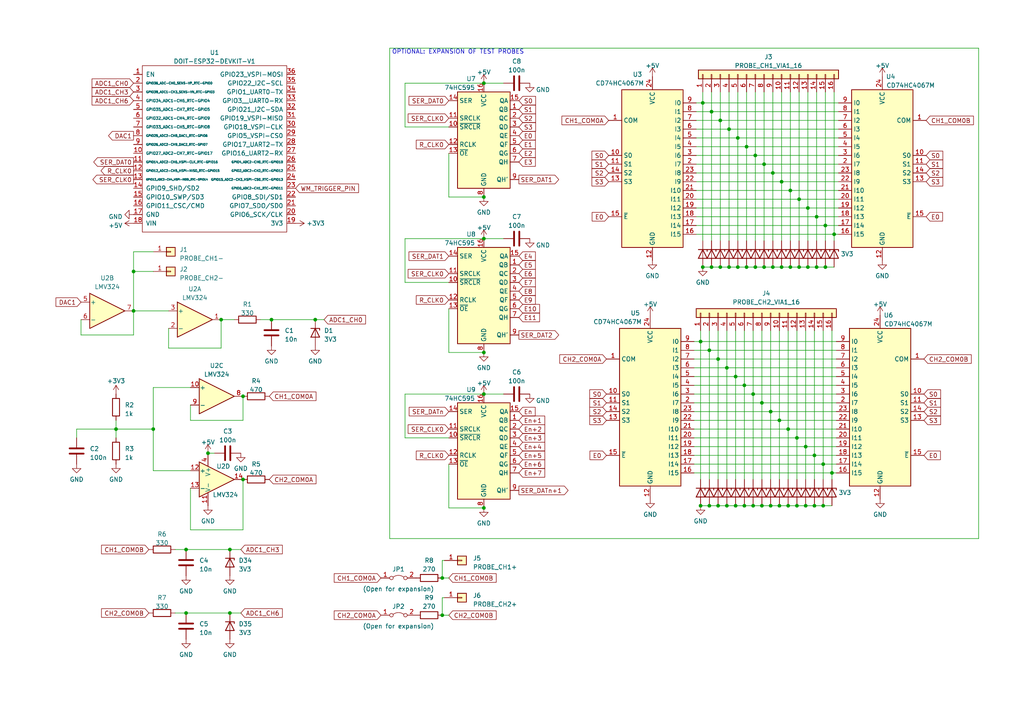
<source format=kicad_sch>
(kicad_sch (version 20230121) (generator eeschema)
  (paper "A4")
  (title_block (title "ESP32 Curve Tracer") (date "2023-05-29"))
  (lib_symbols
    (symbol "74xx:74HC595"
      (property "Reference" "U" (at -7.62 13.97 0))
      (property "Value" "74HC595" (at -7.62 -16.51 0))
      (symbol "74HC595_1_0"
        (pin tri_state line (at 10.16 7.62 180) (length 2.54) (name "QB") (number "1"))
        (pin input line (at -10.16 2.54 0) (length 2.54) (name "~{SRCLR}") (number "10"))
        (pin input line (at -10.16 5.08 0) (length 2.54) (name "SRCLK") (number "11"))
        (pin input line (at -10.16 -2.54 0) (length 2.54) (name "RCLK") (number "12"))
        (pin input line (at -10.16 -5.08 0) (length 2.54) (name "~{OE}") (number "13"))
        (pin input line (at -10.16 10.16 0) (length 2.54) (name "SER") (number "14"))
        (pin tri_state line (at 10.16 10.16 180) (length 2.54) (name "QA") (number "15"))
        (pin power_in line (at 0 15.24 270) (length 2.54) (name "VCC") (number "16"))
        (pin tri_state line (at 10.16 5.08 180) (length 2.54) (name "QC") (number "2"))
        (pin tri_state line (at 10.16 2.54 180) (length 2.54) (name "QD") (number "3"))
        (pin tri_state line (at 10.16 0 180) (length 2.54) (name "QE") (number "4"))
        (pin tri_state line (at 10.16 -2.54 180) (length 2.54) (name "QF") (number "5"))
        (pin tri_state line (at 10.16 -5.08 180) (length 2.54) (name "QG") (number "6"))
        (pin tri_state line (at 10.16 -7.62 180) (length 2.54) (name "QH") (number "7"))
        (pin power_in line (at 0 -17.78 90) (length 2.54) (name "GND") (number "8"))
        (pin output line (at 10.16 -12.7 180) (length 2.54) (name "QH'") (number "9"))
      )
    )
    (symbol "74xx:CD74HC4067M"
      (property "Reference" "U" (at -8.89 22.86 0))
      (property "Value" "CD74HC4067M" (at 1.27 22.86 0))
      (symbol "CD74HC4067M_1_1"
        (pin passive line (at -12.7 12.7 0) (length 3.81) (name "COM") (number "1"))
        (pin input line (at -12.7 2.54 0) (length 3.81) (name "S0") (number "10"))
        (pin input line (at -12.7 0 0) (length 3.81) (name "S1") (number "11"))
        (pin power_in line (at 0 -27.94 90) (length 3.81) (name "GND") (number "12"))
        (pin input line (at -12.7 -5.08 0) (length 3.81) (name "S3") (number "13"))
        (pin input line (at -12.7 -2.54 0) (length 3.81) (name "S2") (number "14"))
        (pin input line (at -12.7 -15.24 0) (length 3.81) (name "~{E}") (number "15"))
        (pin passive line (at 12.7 -20.32 180) (length 3.81) (name "I15") (number "16"))
        (pin passive line (at 12.7 -17.78 180) (length 3.81) (name "I14") (number "17"))
        (pin passive line (at 12.7 -15.24 180) (length 3.81) (name "I13") (number "18"))
        (pin passive line (at 12.7 -12.7 180) (length 3.81) (name "I12") (number "19"))
        (pin passive line (at 12.7 0 180) (length 3.81) (name "I7") (number "2"))
        (pin passive line (at 12.7 -10.16 180) (length 3.81) (name "I11") (number "20"))
        (pin passive line (at 12.7 -7.62 180) (length 3.81) (name "I10") (number "21"))
        (pin passive line (at 12.7 -5.08 180) (length 3.81) (name "I9") (number "22"))
        (pin passive line (at 12.7 -2.54 180) (length 3.81) (name "I8") (number "23"))
        (pin power_in line (at 0 25.4 270) (length 3.81) (name "VCC") (number "24"))
        (pin passive line (at 12.7 2.54 180) (length 3.81) (name "I6") (number "3"))
        (pin passive line (at 12.7 5.08 180) (length 3.81) (name "I5") (number "4"))
        (pin passive line (at 12.7 7.62 180) (length 3.81) (name "I4") (number "5"))
        (pin passive line (at 12.7 10.16 180) (length 3.81) (name "I3") (number "6"))
        (pin passive line (at 12.7 12.7 180) (length 3.81) (name "I2") (number "7"))
        (pin passive line (at 12.7 15.24 180) (length 3.81) (name "I1") (number "8"))
        (pin passive line (at 12.7 17.78 180) (length 3.81) (name "I0") (number "9"))
      )
    )
    (symbol "Amplifier_Operational:LMV324" (pin_names (offset 0.127))
      (property "Reference" "U" (at 0 5.08 0))
      (property "Value" "LMV324" (at 0 -5.08 0))
      (symbol "LMV324_1_1"
        (pin output line (at 7.62 0 180) (length 2.54) (name "~") (number "1"))
        (pin input line (at -7.62 -2.54 0) (length 2.54) (name "-") (number "2"))
        (pin input line (at -7.62 2.54 0) (length 2.54) (name "+") (number "3"))
      )
      (symbol "LMV324_2_1"
        (pin input line (at -7.62 2.54 0) (length 2.54) (name "+") (number "5"))
        (pin input line (at -7.62 -2.54 0) (length 2.54) (name "-") (number "6"))
        (pin output line (at 7.62 0 180) (length 2.54) (name "~") (number "7"))
      )
      (symbol "LMV324_3_1"
        (pin input line (at -7.62 2.54 0) (length 2.54) (name "+") (number "10"))
        (pin output line (at 7.62 0 180) (length 2.54) (name "~") (number "8"))
        (pin input line (at -7.62 -2.54 0) (length 2.54) (name "-") (number "9"))
      )
      (symbol "LMV324_4_1"
        (pin input line (at -7.62 2.54 0) (length 2.54) (name "+") (number "12"))
        (pin input line (at -7.62 -2.54 0) (length 2.54) (name "-") (number "13"))
        (pin output line (at 7.62 0 180) (length 2.54) (name "~") (number "14"))
      )
      (symbol "LMV324_5_1"
        (pin power_in line (at -2.54 -7.62 90) (length 3.81) (name "V-") (number "11"))
        (pin power_in line (at -2.54 7.62 270) (length 3.81) (name "V+") (number "4"))
      )
    )
    (symbol "Connector_Generic:Conn_01x01" (pin_names (offset 1.016) hide)
      (property "Reference" "J" (at 0 2.54 0))
      (property "Value" "Conn_01x01" (at 0 -2.54 0))
      (symbol "Conn_01x01_1_1"
        (pin passive line (at -5.08 0 0) (length 3.81) (name "Pin_1") (number "1"))
      )
    )
    (symbol "Connector_Generic:Conn_01x16" (pin_names (offset 1.016) hide)
      (property "Reference" "J" (at 0 20.32 0))
      (property "Value" "Conn_01x16" (at 0 -22.86 0))
      (symbol "Conn_01x16_1_1"
        (pin passive line (at -5.08 17.78 0) (length 3.81) (name "Pin_1") (number "1"))
        (pin passive line (at -5.08 -5.08 0) (length 3.81) (name "Pin_10") (number "10"))
        (pin passive line (at -5.08 -7.62 0) (length 3.81) (name "Pin_11") (number "11"))
        (pin passive line (at -5.08 -10.16 0) (length 3.81) (name "Pin_12") (number "12"))
        (pin passive line (at -5.08 -12.7 0) (length 3.81) (name "Pin_13") (number "13"))
        (pin passive line (at -5.08 -15.24 0) (length 3.81) (name "Pin_14") (number "14"))
        (pin passive line (at -5.08 -17.78 0) (length 3.81) (name "Pin_15") (number "15"))
        (pin passive line (at -5.08 -20.32 0) (length 3.81) (name "Pin_16") (number "16"))
        (pin passive line (at -5.08 15.24 0) (length 3.81) (name "Pin_2") (number "2"))
        (pin passive line (at -5.08 12.7 0) (length 3.81) (name "Pin_3") (number "3"))
        (pin passive line (at -5.08 10.16 0) (length 3.81) (name "Pin_4") (number "4"))
        (pin passive line (at -5.08 7.62 0) (length 3.81) (name "Pin_5") (number "5"))
        (pin passive line (at -5.08 5.08 0) (length 3.81) (name "Pin_6") (number "6"))
        (pin passive line (at -5.08 2.54 0) (length 3.81) (name "Pin_7") (number "7"))
        (pin passive line (at -5.08 0 0) (length 3.81) (name "Pin_8") (number "8"))
        (pin passive line (at -5.08 -2.54 0) (length 3.81) (name "Pin_9") (number "9"))
      )
    )
    (symbol "Device:C" (pin_numbers hide) (pin_names (offset 0.254))
      (property "Reference" "C" (at 0.635 2.54 0))
      (property "Value" "C" (at 0.635 -2.54 0))
      (symbol "C_1_1"
        (pin passive line (at 0 3.81 270) (length 2.794) (name "~") (number "1"))
        (pin passive line (at 0 -3.81 90) (length 2.794) (name "~") (number "2"))
      )
    )
    (symbol "Device:D_Zener" (pin_numbers hide) (pin_names (offset 1.016) hide)
      (property "Reference" "D" (at 0 2.54 0))
      (property "Value" "D_Zener" (at 0 -2.54 0))
      (symbol "D_Zener_1_1"
        (pin passive line (at -3.81 0 0) (length 2.54) (name "K") (number "1"))
        (pin passive line (at 3.81 0 180) (length 2.54) (name "A") (number "2"))
      )
    )
    (symbol "Device:R" (pin_numbers hide) (pin_names (offset 0))
      (property "Reference" "R" (at 2.032 0 90))
      (property "Value" "R" (at 0 0 90))
      (symbol "R_1_1"
        (pin passive line (at 0 3.81 270) (length 1.27) (name "~") (number "1"))
        (pin passive line (at 0 -3.81 90) (length 1.27) (name "~") (number "2"))
      )
    )
    (symbol "ESP32:DOIT-ESP32-DEVKIT-V1" (pin_names (offset 1.016))
      (property "Reference" "U" (at -1.27 11.43 0))
      (property "Value" "DOIT-ESP32-DEVKIT-V1" (at 0 13.97 0))
      (symbol "DOIT-ESP32-DEVKIT-V1_1_1"
        (pin output line (at -24.13 7.62 0) (length 2.54) (name "EN") (number "1"))
        (pin bidirectional line (at -24.13 -15.24 0) (length 2.54) (name "GPIO27_ADC2-CH7_RTC-GPIO17") (number "10"))
        (pin bidirectional line (at -24.13 -17.78 0) (length 2.54) (name "GPIO14_ADC2-CH6_HSPI-CLK_RTC-GPIO16") (number "11"))
        (pin bidirectional line (at -24.13 -20.32 0) (length 2.54) (name "GPIO12_ADC2-CH5_HSPI-MISO_RTC-GPIO15") (number "12"))
        (pin bidirectional line (at -24.13 -22.86 0) (length 2.54) (name "GPIO13_ADC2-CH4_HSPI-MOSI_RTC-GPIO14") (number "13"))
        (pin unspecified line (at -24.13 -25.4 0) (length 2.54) (name "GPIO9_SHD/SD2") (number "14"))
        (pin unspecified line (at -24.13 -27.94 0) (length 2.54) (name "GPIO10_SWP/SD3") (number "15"))
        (pin unspecified line (at -24.13 -30.48 0) (length 2.54) (name "GPIO11_CSC/CMD") (number "16"))
        (pin bidirectional line (at -24.13 -33.02 0) (length 2.54) (name "GND") (number "17"))
        (pin bidirectional line (at -24.13 -35.56 0) (length 2.54) (name "VIN") (number "18"))
        (pin output line (at 22.86 -35.56 180) (length 2.54) (name "3V3") (number "19"))
        (pin bidirectional line (at -24.13 5.08 0) (length 2.54) (name "GPIO36_ADC-CH0_SENS-VP_RTC-GPIO0") (number "2"))
        (pin unspecified line (at 22.86 -33.02 180) (length 2.54) (name "GPIO6_SCK/CLK") (number "20"))
        (pin unspecified line (at 22.86 -30.48 180) (length 2.54) (name "GPIO7_SDO/SD0") (number "21"))
        (pin unspecified line (at 22.86 -27.94 180) (length 2.54) (name "GPIO8_SDI/SD1") (number "22"))
        (pin bidirectional line (at 22.86 -25.4 180) (length 2.54) (name "GPIO0_ADC2-CH1_RTC-GPIO11") (number "23"))
        (pin bidirectional line (at 22.86 -22.86 180) (length 2.54) (name "GPIO15_ADC2-CH3_HSPI-CS0_RTC-GPIO13") (number "24"))
        (pin bidirectional line (at 22.86 -20.32 180) (length 2.54) (name "GPIO2_ADC2-CH2_RTC-GPIO12") (number "25"))
        (pin bidirectional line (at 22.86 -17.78 180) (length 2.54) (name "GPIO4_ADC2-CH0_RTC-GPIO10") (number "26"))
        (pin bidirectional line (at 22.86 -15.24 180) (length 2.54) (name "GPIO16_UART2-RX") (number "27"))
        (pin bidirectional line (at 22.86 -12.7 180) (length 2.54) (name "GPIO17_UART2-TX") (number "28"))
        (pin bidirectional line (at 22.86 -10.16 180) (length 2.54) (name "GPIO5_VSPI-CS0") (number "29"))
        (pin bidirectional line (at -24.13 2.54 0) (length 2.54) (name "GPIO39_ADC1-CH3_SENS-VN_RTC-GPIO3") (number "3"))
        (pin bidirectional line (at 22.86 -7.62 180) (length 2.54) (name "GPIO18_VSPI-CLK") (number "30"))
        (pin bidirectional line (at 22.86 -5.08 180) (length 2.54) (name "GPIO19_VSPI-MISO") (number "31"))
        (pin bidirectional line (at 22.86 -2.54 180) (length 2.54) (name "GPIO21_I2C-SDA") (number "32"))
        (pin bidirectional line (at 22.86 0 180) (length 2.54) (name "GPIO3__UART0-RX") (number "33"))
        (pin bidirectional line (at 22.86 2.54 180) (length 2.54) (name "GPIO1_UART0-TX") (number "34"))
        (pin bidirectional line (at 22.86 5.08 180) (length 2.54) (name "GPIO22_I2C-SCL") (number "35"))
        (pin bidirectional line (at 22.86 7.62 180) (length 2.54) (name "GPIO23_VSPI-MOSI") (number "36"))
        (pin bidirectional line (at -24.13 0 0) (length 2.54) (name "GPIO34_ADC1-CH6_RTC-GPIO4") (number "4"))
        (pin bidirectional line (at -24.13 -2.54 0) (length 2.54) (name "GPIO35_ADC1-CH7_RTC-GPIO5") (number "5"))
        (pin bidirectional line (at -24.13 -5.08 0) (length 2.54) (name "GPIO32_ADC1-CH4_RTC-GPIO9") (number "6"))
        (pin bidirectional line (at -24.13 -7.62 0) (length 2.54) (name "GPIO33_ADC1-CH5_RTC-GPIO8") (number "7"))
        (pin bidirectional line (at -24.13 -10.16 0) (length 2.54) (name "GPIO25_ADC2-CH8_DAC1_RTC-GPIO6") (number "8"))
        (pin bidirectional line (at -24.13 -12.7 0) (length 2.54) (name "GPIO26_ADC2-CH9_DAC2_RTC-GPIO7") (number "9"))
      )
    )
    (symbol "Jumper:Jumper_2_Bridged" (pin_names (offset 0) hide)
      (property "Reference" "JP" (at 0 1.905 0))
      (property "Value" "Jumper_2_Bridged" (at 0 -2.54 0))
      (symbol "Jumper_2_Bridged_1_1"
        (pin passive line (at -5.08 0 0) (length 2.54) (name "A") (number "1"))
        (pin passive line (at 5.08 0 180) (length 2.54) (name "B") (number "2"))
      )
    )
    (symbol "power:+3V3" (power) (pin_names (offset 0))
      (property "Value" "+3V3" (at 0 3.556 0))
      (symbol "+3V3_1_1"
        (pin power_in line (at 0 0 90) (length 0) hide (name "+3V3") (number "1"))
      )
    )
    (symbol "power:+5V" (power) (pin_names (offset 0))
      (property "Value" "+5V" (at 0 3.556 0))
      (symbol "+5V_1_1"
        (pin power_in line (at 0 0 90) (length 0) hide (name "+5V") (number "1"))
      )
    )
    (symbol "power:GND" (power) (pin_names (offset 0))
      (property "Value" "GND" (at 0 -3.81 0))
      (symbol "GND_1_1"
        (pin power_in line (at 0 0 270) (length 0) hide (name "GND") (number "1"))
      )
    )
  )
  (junction (at 128.27 167.64))
  (junction (at 203.2 146.685))
  (junction (at 44.45 124.46))
  (junction (at 241.3 137.16))
  (junction (at 226.06 146.685))
  (junction (at 213.995 77.47))
  (junction (at 216.535 77.47))
  (junction (at 224.155 77.47))
  (junction (at 226.06 121.92))
  (junction (at 140.335 147.32))
  (junction (at 229.235 55.245))
  (junction (at 226.695 77.47))
  (junction (at 228.6 124.46))
  (junction (at 236.855 77.47))
  (junction (at 33.655 124.46))
  (junction (at 53.975 159.385))
  (junction (at 241.935 67.945))
  (junction (at 53.975 177.8))
  (junction (at 91.44 92.71))
  (junction (at 229.235 77.47))
  (junction (at 213.36 109.22))
  (junction (at 206.375 32.385))
  (junction (at 228.6 146.685))
  (junction (at 64.135 92.71))
  (junction (at 223.52 146.685))
  (junction (at 238.76 146.685))
  (junction (at 205.74 101.6))
  (junction (at 203.835 77.47))
  (junction (at 140.335 57.15))
  (junction (at 236.855 62.865))
  (junction (at 206.375 77.47))
  (junction (at 140.335 69.215))
  (junction (at 218.44 114.3))
  (junction (at 233.68 129.54))
  (junction (at 66.675 177.8))
  (junction (at 210.82 146.685))
  (junction (at 208.28 104.14))
  (junction (at 203.835 29.845))
  (junction (at 220.98 116.84))
  (junction (at 213.36 146.685))
  (junction (at 216.535 42.545))
  (junction (at 203.2 99.06))
  (junction (at 140.335 102.235))
  (junction (at 218.44 146.685))
  (junction (at 78.74 92.71))
  (junction (at 211.455 77.47))
  (junction (at 220.98 146.685))
  (junction (at 208.915 34.925))
  (junction (at 128.27 178.435))
  (junction (at 231.775 77.47))
  (junction (at 224.155 50.165))
  (junction (at 60.325 131.445))
  (junction (at 221.615 77.47))
  (junction (at 140.335 24.13))
  (junction (at 70.485 114.935))
  (junction (at 239.395 65.405))
  (junction (at 231.14 127))
  (junction (at 219.075 45.085))
  (junction (at 233.68 146.685))
  (junction (at 215.9 146.685))
  (junction (at 226.695 52.705))
  (junction (at 210.82 106.68))
  (junction (at 38.735 90.17))
  (junction (at 213.995 40.005))
  (junction (at 223.52 119.38))
  (junction (at 215.9 111.76))
  (junction (at 70.485 139.065))
  (junction (at 231.14 146.685))
  (junction (at 236.22 132.08))
  (junction (at 205.74 146.685))
  (junction (at 234.315 60.325))
  (junction (at 38.735 78.74))
  (junction (at 238.76 134.62))
  (junction (at 208.28 146.685))
  (junction (at 231.775 57.785))
  (junction (at 219.075 77.47))
  (junction (at 211.455 37.465))
  (junction (at 239.395 77.47))
  (junction (at 66.675 159.385))
  (junction (at 208.915 77.47))
  (junction (at 234.315 77.47))
  (junction (at 140.335 114.3))
  (junction (at 236.22 146.685))
  (junction (at 221.615 47.625))
  (wire (pts (xy 208.915 77.47) (xy 211.455 77.47)))
  (wire (pts (xy 130.175 81.915) (xy 117.475 81.915)))
  (wire (pts (xy 231.14 127) (xy 201.295 127)))
  (wire (pts (xy 220.98 116.84) (xy 220.98 139.065)))
  (wire (pts (xy 233.68 95.885) (xy 233.68 129.54)))
  (wire (pts (xy 216.535 26.67) (xy 216.535 42.545)))
  (wire (pts (xy 239.395 77.47) (xy 241.935 77.47)))
  (wire (pts (xy 242.57 121.92) (xy 226.06 121.92)))
  (wire (pts (xy 64.135 92.71) (xy 67.945 92.71)))
  (wire (pts (xy 226.06 146.685) (xy 228.6 146.685)))
  (wire (pts (xy 213.36 109.22) (xy 201.295 109.22)))
  (wire (pts (xy 242.57 116.84) (xy 220.98 116.84)))
  (wire (pts (xy 226.695 77.47) (xy 229.235 77.47)))
  (wire (pts (xy 44.45 78.74) (xy 38.735 78.74)))
  (wire (pts (xy 117.475 36.83) (xy 117.475 24.13)))
  (wire (pts (xy 201.93 65.405) (xy 239.395 65.405)))
  (wire (pts (xy 64.135 100.965) (xy 64.135 92.71)))
  (wire (pts (xy 203.2 146.685) (xy 205.74 146.685)))
  (wire (pts (xy 130.175 36.83) (xy 117.475 36.83)))
  (wire (pts (xy 128.27 167.64) (xy 130.175 167.64)))
  (wire (pts (xy 219.075 26.67) (xy 219.075 45.085)))
  (wire (pts (xy 219.075 45.085) (xy 201.93 45.085)))
  (wire (pts (xy 242.57 106.68) (xy 210.82 106.68)))
  (wire (pts (xy 236.855 77.47) (xy 239.395 77.47)))
  (wire (pts (xy 206.375 32.385) (xy 201.93 32.385)))
  (wire (pts (xy 228.6 95.885) (xy 228.6 124.46)))
  (wire (pts (xy 233.68 129.54) (xy 233.68 139.065)))
  (wire (pts (xy 55.245 153.67) (xy 70.485 153.67)))
  (wire (pts (xy 55.245 112.395) (xy 44.45 112.395)))
  (wire (pts (xy 130.175 89.535) (xy 130.175 102.235)))
  (wire (pts (xy 224.155 26.67) (xy 224.155 50.165)))
  (wire (pts (xy 203.835 29.845) (xy 201.93 29.845)))
  (wire (pts (xy 128.27 178.435) (xy 130.175 178.435)))
  (wire (pts (xy 53.975 159.385) (xy 66.675 159.385)))
  (wire (pts (xy 208.915 34.925) (xy 201.93 34.925)))
  (wire (pts (xy 242.57 137.16) (xy 241.3 137.16)))
  (wire (pts (xy 215.9 146.685) (xy 218.44 146.685)))
  (wire (pts (xy 243.205 55.245) (xy 229.235 55.245)))
  (wire (pts (xy 48.895 100.965) (xy 64.135 100.965)))
  (wire (pts (xy 205.74 101.6) (xy 201.295 101.6)))
  (wire (pts (xy 38.735 97.155) (xy 38.735 90.17)))
  (wire (pts (xy 53.975 177.8) (xy 66.675 177.8)))
  (wire (pts (xy 218.44 95.885) (xy 218.44 114.3)))
  (wire (pts (xy 243.205 34.925) (xy 208.915 34.925)))
  (wire (pts (xy 210.82 146.685) (xy 213.36 146.685)))
  (wire (pts (xy 117.475 114.3) (xy 140.335 114.3)))
  (wire (pts (xy 203.835 29.845) (xy 203.835 69.85)))
  (wire (pts (xy 70.485 139.065) (xy 70.485 153.67)))
  (wire (pts (xy 241.935 67.945) (xy 241.935 69.85)))
  (wire (pts (xy 128.27 162.56) (xy 128.27 167.64)))
  (wire (pts (xy 242.57 99.06) (xy 203.2 99.06)))
  (wire (pts (xy 218.44 114.3) (xy 201.295 114.3)))
  (wire (pts (xy 208.28 104.14) (xy 201.295 104.14)))
  (wire (pts (xy 213.36 146.685) (xy 215.9 146.685)))
  (wire (pts (xy 223.52 119.38) (xy 201.295 119.38)))
  (wire (pts (xy 215.9 111.76) (xy 201.295 111.76)))
  (wire (pts (xy 128.27 173.355) (xy 128.905 173.355)))
  (wire (pts (xy 44.45 136.525) (xy 44.45 124.46)))
  (wire (pts (xy 203.2 99.06) (xy 203.2 139.065)))
  (wire (pts (xy 205.74 95.885) (xy 205.74 101.6)))
  (wire (pts (xy 208.28 104.14) (xy 208.28 139.065)))
  (wire (pts (xy 241.3 137.16) (xy 241.3 139.065)))
  (wire (pts (xy 241.3 95.885) (xy 241.3 137.16)))
  (wire (pts (xy 229.235 55.245) (xy 229.235 69.85)))
  (wire (pts (xy 213.995 40.005) (xy 213.995 69.85)))
  (wire (pts (xy 226.06 121.92) (xy 226.06 139.065)))
  (wire (pts (xy 91.44 92.71) (xy 93.98 92.71)))
  (wire (pts (xy 221.615 77.47) (xy 224.155 77.47)))
  (wire (pts (xy 211.455 37.465) (xy 211.455 69.85)))
  (wire (pts (xy 236.855 62.865) (xy 201.93 62.865)))
  (wire (pts (xy 117.475 127) (xy 117.475 114.3)))
  (wire (pts (xy 55.245 121.92) (xy 70.485 121.92)))
  (wire (pts (xy 219.075 45.085) (xy 219.075 69.85)))
  (wire (pts (xy 60.325 131.445) (xy 62.23 131.445)))
  (wire (pts (xy 215.9 111.76) (xy 215.9 139.065)))
  (wire (pts (xy 75.565 92.71) (xy 78.74 92.71)))
  (wire (pts (xy 22.225 124.46) (xy 33.655 124.46)))
  (wire (pts (xy 213.36 95.885) (xy 213.36 109.22)))
  (wire (pts (xy 213.995 77.47) (xy 216.535 77.47)))
  (wire (pts (xy 226.695 52.705) (xy 201.93 52.705)))
  (wire (pts (xy 243.205 67.945) (xy 241.935 67.945)))
  (wire (pts (xy 229.235 77.47) (xy 231.775 77.47)))
  (wire (pts (xy 218.44 146.685) (xy 220.98 146.685)))
  (wire (pts (xy 117.475 69.215) (xy 140.335 69.215)))
  (wire (pts (xy 140.335 24.13) (xy 146.05 24.13)))
  (wire (pts (xy 50.8 177.8) (xy 53.975 177.8)))
  (wire (pts (xy 241.935 67.945) (xy 201.93 67.945)))
  (wire (pts (xy 55.245 141.605) (xy 55.245 153.67)))
  (wire (pts (xy 208.915 34.925) (xy 208.915 69.85)))
  (wire (pts (xy 55.245 117.475) (xy 55.245 121.92)))
  (wire (pts (xy 117.475 24.13) (xy 140.335 24.13)))
  (wire (pts (xy 228.6 146.685) (xy 231.14 146.685)))
  (wire (pts (xy 66.675 177.8) (xy 69.85 177.8)))
  (wire (pts (xy 44.45 112.395) (xy 44.45 124.46)))
  (wire (pts (xy 216.535 77.47) (xy 219.075 77.47)))
  (wire (pts (xy 243.205 50.165) (xy 224.155 50.165)))
  (wire (pts (xy 44.45 124.46) (xy 33.655 124.46)))
  (wire (pts (xy 113.03 13.97) (xy 283.845 13.97)))
  (wire (pts (xy 243.205 62.865) (xy 236.855 62.865)))
  (wire (pts (xy 221.615 47.625) (xy 221.615 69.85)))
  (wire (pts (xy 243.205 29.845) (xy 203.835 29.845)))
  (wire (pts (xy 38.735 73.025) (xy 38.735 78.74)))
  (wire (pts (xy 236.855 26.67) (xy 236.855 62.865)))
  (wire (pts (xy 130.175 44.45) (xy 130.175 57.15)))
  (wire (pts (xy 213.36 109.22) (xy 213.36 139.065)))
  (wire (pts (xy 224.155 50.165) (xy 201.93 50.165)))
  (wire (pts (xy 220.98 116.84) (xy 201.295 116.84)))
  (wire (pts (xy 242.57 111.76) (xy 215.9 111.76)))
  (wire (pts (xy 210.82 106.68) (xy 201.295 106.68)))
  (wire (pts (xy 205.74 146.685) (xy 208.28 146.685)))
  (wire (pts (xy 243.205 47.625) (xy 221.615 47.625)))
  (wire (pts (xy 231.14 146.685) (xy 233.68 146.685)))
  (wire (pts (xy 243.205 60.325) (xy 234.315 60.325)))
  (wire (pts (xy 239.395 26.67) (xy 239.395 65.405)))
  (wire (pts (xy 211.455 37.465) (xy 201.93 37.465)))
  (wire (pts (xy 236.22 146.685) (xy 238.76 146.685)))
  (wire (pts (xy 283.845 13.97) (xy 283.845 156.21)))
  (wire (pts (xy 233.68 146.685) (xy 236.22 146.685)))
  (wire (pts (xy 213.995 26.67) (xy 213.995 40.005)))
  (wire (pts (xy 231.775 57.785) (xy 231.775 69.85)))
  (wire (pts (xy 44.45 73.025) (xy 38.735 73.025)))
  (wire (pts (xy 226.695 26.67) (xy 226.695 52.705)))
  (wire (pts (xy 221.615 47.625) (xy 201.93 47.625)))
  (wire (pts (xy 229.235 55.245) (xy 201.93 55.245)))
  (wire (pts (xy 243.205 32.385) (xy 206.375 32.385)))
  (wire (pts (xy 130.175 127) (xy 117.475 127)))
  (wire (pts (xy 234.315 60.325) (xy 201.93 60.325)))
  (wire (pts (xy 223.52 146.685) (xy 226.06 146.685)))
  (wire (pts (xy 224.155 50.165) (xy 224.155 69.85)))
  (wire (pts (xy 226.06 95.885) (xy 226.06 121.92)))
  (wire (pts (xy 223.52 95.885) (xy 223.52 119.38)))
  (wire (pts (xy 224.155 77.47) (xy 226.695 77.47)))
  (wire (pts (xy 78.74 92.71) (xy 91.44 92.71)))
  (wire (pts (xy 229.235 26.67) (xy 229.235 55.245)))
  (wire (pts (xy 221.615 26.67) (xy 221.615 47.625)))
  (wire (pts (xy 140.335 69.215) (xy 146.05 69.215)))
  (wire (pts (xy 236.22 95.885) (xy 236.22 132.08)))
  (wire (pts (xy 66.675 159.385) (xy 69.85 159.385)))
  (wire (pts (xy 208.28 95.885) (xy 208.28 104.14)))
  (wire (pts (xy 243.205 37.465) (xy 211.455 37.465)))
  (wire (pts (xy 211.455 77.47) (xy 213.995 77.47)))
  (wire (pts (xy 208.28 146.685) (xy 210.82 146.685)))
  (wire (pts (xy 234.315 26.67) (xy 234.315 60.325)))
  (wire (pts (xy 38.735 90.17) (xy 48.895 90.17)))
  (wire (pts (xy 228.6 124.46) (xy 201.295 124.46)))
  (wire (pts (xy 38.735 78.74) (xy 38.735 90.17)))
  (wire (pts (xy 238.76 139.065) (xy 238.76 134.62)))
  (wire (pts (xy 130.175 134.62) (xy 130.175 147.32)))
  (wire (pts (xy 55.245 136.525) (xy 44.45 136.525)))
  (wire (pts (xy 216.535 42.545) (xy 216.535 69.85)))
  (wire (pts (xy 242.57 127) (xy 231.14 127)))
  (wire (pts (xy 228.6 124.46) (xy 228.6 139.065)))
  (wire (pts (xy 243.205 65.405) (xy 239.395 65.405)))
  (wire (pts (xy 243.205 40.005) (xy 213.995 40.005)))
  (wire (pts (xy 234.315 77.47) (xy 236.855 77.47)))
  (wire (pts (xy 226.695 52.705) (xy 226.695 69.85)))
  (wire (pts (xy 23.495 97.155) (xy 38.735 97.155)))
  (wire (pts (xy 216.535 42.545) (xy 201.93 42.545)))
  (wire (pts (xy 231.14 127) (xy 231.14 139.065)))
  (wire (pts (xy 211.455 26.67) (xy 211.455 37.465)))
  (wire (pts (xy 242.57 104.14) (xy 208.28 104.14)))
  (wire (pts (xy 203.835 26.67) (xy 203.835 29.845)))
  (wire (pts (xy 238.76 146.685) (xy 241.3 146.685)))
  (wire (pts (xy 242.57 119.38) (xy 223.52 119.38)))
  (wire (pts (xy 220.98 146.685) (xy 223.52 146.685)))
  (wire (pts (xy 233.68 129.54) (xy 201.295 129.54)))
  (wire (pts (xy 206.375 32.385) (xy 206.375 69.85)))
  (wire (pts (xy 241.3 137.16) (xy 201.295 137.16)))
  (wire (pts (xy 140.335 114.3) (xy 146.05 114.3)))
  (wire (pts (xy 203.835 77.47) (xy 206.375 77.47)))
  (wire (pts (xy 223.52 119.38) (xy 223.52 139.065)))
  (wire (pts (xy 243.205 42.545) (xy 216.535 42.545)))
  (wire (pts (xy 215.9 95.885) (xy 215.9 111.76)))
  (wire (pts (xy 242.57 132.08) (xy 236.22 132.08)))
  (wire (pts (xy 241.935 26.67) (xy 241.935 67.945)))
  (wire (pts (xy 117.475 81.915) (xy 117.475 69.215)))
  (wire (pts (xy 33.655 124.46) (xy 33.655 127)))
  (wire (pts (xy 220.98 95.885) (xy 220.98 116.84)))
  (wire (pts (xy 238.76 95.885) (xy 238.76 134.62)))
  (wire (pts (xy 70.485 121.92) (xy 70.485 114.935)))
  (wire (pts (xy 218.44 114.3) (xy 218.44 139.065)))
  (wire (pts (xy 234.315 60.325) (xy 234.315 69.85)))
  (wire (pts (xy 128.27 162.56) (xy 128.905 162.56)))
  (wire (pts (xy 236.855 62.865) (xy 236.855 69.85)))
  (wire (pts (xy 50.8 159.385) (xy 53.975 159.385)))
  (wire (pts (xy 242.57 109.22) (xy 213.36 109.22)))
  (wire (pts (xy 231.775 57.785) (xy 201.93 57.785)))
  (wire (pts (xy 130.175 147.32) (xy 140.335 147.32)))
  (wire (pts (xy 283.845 156.21) (xy 113.03 156.21)))
  (wire (pts (xy 239.395 69.85) (xy 239.395 65.405)))
  (wire (pts (xy 130.175 102.235) (xy 140.335 102.235)))
  (wire (pts (xy 130.175 57.15) (xy 140.335 57.15)))
  (wire (pts (xy 210.82 106.68) (xy 210.82 139.065)))
  (wire (pts (xy 201.295 134.62) (xy 238.76 134.62)))
  (wire (pts (xy 242.57 129.54) (xy 233.68 129.54)))
  (wire (pts (xy 213.995 40.005) (xy 201.93 40.005)))
  (wire (pts (xy 242.57 124.46) (xy 228.6 124.46)))
  (wire (pts (xy 23.495 92.71) (xy 23.495 97.155)))
  (wire (pts (xy 231.775 26.67) (xy 231.775 57.785)))
  (wire (pts (xy 236.22 132.08) (xy 236.22 139.065)))
  (wire (pts (xy 210.82 95.885) (xy 210.82 106.68)))
  (wire (pts (xy 205.74 101.6) (xy 205.74 139.065)))
  (wire (pts (xy 206.375 77.47) (xy 208.915 77.47)))
  (wire (pts (xy 203.2 99.06) (xy 201.295 99.06)))
  (wire (pts (xy 206.375 26.67) (xy 206.375 32.385)))
  (wire (pts (xy 231.14 95.885) (xy 231.14 127)))
  (wire (pts (xy 203.2 95.885) (xy 203.2 99.06)))
  (wire (pts (xy 242.57 134.62) (xy 238.76 134.62)))
  (wire (pts (xy 243.205 57.785) (xy 231.775 57.785)))
  (wire (pts (xy 242.57 114.3) (xy 218.44 114.3)))
  (wire (pts (xy 128.27 173.355) (xy 128.27 178.435)))
  (wire (pts (xy 48.895 95.25) (xy 48.895 100.965)))
  (wire (pts (xy 231.775 77.47) (xy 234.315 77.47)))
  (wire (pts (xy 242.57 101.6) (xy 205.74 101.6)))
  (wire (pts (xy 226.06 121.92) (xy 201.295 121.92)))
  (wire (pts (xy 113.03 13.97) (xy 113.03 156.21)))
  (wire (pts (xy 33.655 121.92) (xy 33.655 124.46)))
  (wire (pts (xy 22.225 127) (xy 22.225 124.46)))
  (wire (pts (xy 243.205 45.085) (xy 219.075 45.085)))
  (wire (pts (xy 219.075 77.47) (xy 221.615 77.47)))
  (wire (pts (xy 208.915 26.67) (xy 208.915 34.925)))
  (wire (pts (xy 236.22 132.08) (xy 201.295 132.08)))
  (wire (pts (xy 243.205 52.705) (xy 226.695 52.705)))
  (text "OPTIONAL: EXPANSION OF TEST PROBES" (at 113.665 15.875 0) (effects (font (size 1.27 1.27)) (justify left bottom)))
  (global_label "R_CLK0" (shape output) (at 38.735 49.53 180) (property "Intersheetrefs" "${INTERSHEET_REFS}" (effects hide)))
  (global_label "SER_CLK0" (shape input) (at 130.175 124.46 180) (property "Intersheetrefs" "${INTERSHEET_REFS}" (effects hide)))
  (global_label "E0" (shape input) (at 267.97 132.08 0) (property "Intersheetrefs" "${INTERSHEET_REFS}" (effects hide)))
  (global_label "S2" (shape input) (at 176.53 50.165 180) (property "Intersheetrefs" "${INTERSHEET_REFS}" (effects hide)))
  (global_label "E1" (shape input) (at 150.495 41.91 0) (property "Intersheetrefs" "${INTERSHEET_REFS}" (effects hide)))
  (global_label "En+7" (shape input) (at 150.495 137.16 0) (property "Intersheetrefs" "${INTERSHEET_REFS}" (effects hide)))
  (global_label "CH2_COM0B" (shape input) (at 267.97 104.14 0) (property "Intersheetrefs" "${INTERSHEET_REFS}" (effects hide)))
  (global_label "ADC1_CH6" (shape input) (at 38.735 29.21 180) (property "Intersheetrefs" "${INTERSHEET_REFS}" (effects hide)))
  (global_label "E3" (shape input) (at 150.495 46.99 0) (property "Intersheetrefs" "${INTERSHEET_REFS}" (effects hide)))
  (global_label "S0" (shape input) (at 267.97 114.3 0) (property "Intersheetrefs" "${INTERSHEET_REFS}" (effects hide)))
  (global_label "SER_DATn" (shape input) (at 130.175 119.38 180) (property "Intersheetrefs" "${INTERSHEET_REFS}" (effects hide)))
  (global_label "ADC1_CH3" (shape input) (at 38.735 26.67 180) (property "Intersheetrefs" "${INTERSHEET_REFS}" (effects hide)))
  (global_label "E9" (shape input) (at 150.495 86.995 0) (property "Intersheetrefs" "${INTERSHEET_REFS}" (effects hide)))
  (global_label "CH1_COM0B" (shape input) (at 130.175 167.64 0) (property "Intersheetrefs" "${INTERSHEET_REFS}" (effects hide)))
  (global_label "E5" (shape input) (at 150.495 76.835 0) (property "Intersheetrefs" "${INTERSHEET_REFS}" (effects hide)))
  (global_label "S1" (shape input) (at 268.605 47.625 0) (property "Intersheetrefs" "${INTERSHEET_REFS}" (effects hide)))
  (global_label "S3" (shape input) (at 150.495 36.83 0) (property "Intersheetrefs" "${INTERSHEET_REFS}" (effects hide)))
  (global_label "E0" (shape input) (at 176.53 62.865 180) (property "Intersheetrefs" "${INTERSHEET_REFS}" (effects hide)))
  (global_label "CH1_COM0B" (shape input) (at 43.18 159.385 180) (property "Intersheetrefs" "${INTERSHEET_REFS}" (effects hide)))
  (global_label "SER_DAT0" (shape output) (at 38.735 46.99 180) (property "Intersheetrefs" "${INTERSHEET_REFS}" (effects hide)))
  (global_label "WM_TRIGGER_PIN" (shape input) (at 85.725 54.61 0) (property "Intersheetrefs" "${INTERSHEET_REFS}" (effects hide)))
  (global_label "CH1_COM0A" (shape input) (at 78.105 114.935 0) (property "Intersheetrefs" "${INTERSHEET_REFS}" (effects hide)))
  (global_label "S3" (shape input) (at 267.97 121.92 0) (property "Intersheetrefs" "${INTERSHEET_REFS}" (effects hide)))
  (global_label "S1" (shape input) (at 176.53 47.625 180) (property "Intersheetrefs" "${INTERSHEET_REFS}" (effects hide)))
  (global_label "E7" (shape input) (at 150.495 81.915 0) (property "Intersheetrefs" "${INTERSHEET_REFS}" (effects hide)))
  (global_label "S0" (shape input) (at 175.895 114.3 180) (property "Intersheetrefs" "${INTERSHEET_REFS}" (effects hide)))
  (global_label "ADC1_CH6" (shape input) (at 69.85 177.8 0) (property "Intersheetrefs" "${INTERSHEET_REFS}" (effects hide)))
  (global_label "CH1_COM0B" (shape input) (at 268.605 34.925 0) (property "Intersheetrefs" "${INTERSHEET_REFS}" (effects hide)))
  (global_label "E11" (shape input) (at 150.495 92.075 0) (property "Intersheetrefs" "${INTERSHEET_REFS}" (effects hide)))
  (global_label "S0" (shape input) (at 150.495 29.21 0) (property "Intersheetrefs" "${INTERSHEET_REFS}" (effects hide)))
  (global_label "S1" (shape input) (at 267.97 116.84 0) (property "Intersheetrefs" "${INTERSHEET_REFS}" (effects hide)))
  (global_label "E8" (shape input) (at 150.495 84.455 0) (property "Intersheetrefs" "${INTERSHEET_REFS}" (effects hide)))
  (global_label "CH2_COM0B" (shape input) (at 43.18 177.8 180) (property "Intersheetrefs" "${INTERSHEET_REFS}" (effects hide)))
  (global_label "S3" (shape input) (at 268.605 52.705 0) (property "Intersheetrefs" "${INTERSHEET_REFS}" (effects hide)))
  (global_label "En+5" (shape input) (at 150.495 132.08 0) (property "Intersheetrefs" "${INTERSHEET_REFS}" (effects hide)))
  (global_label "R_CLK0" (shape input) (at 130.175 86.995 180) (property "Intersheetrefs" "${INTERSHEET_REFS}" (effects hide)))
  (global_label "S2" (shape input) (at 268.605 50.165 0) (property "Intersheetrefs" "${INTERSHEET_REFS}" (effects hide)))
  (global_label "SER_CLK0" (shape input) (at 130.175 79.375 180) (property "Intersheetrefs" "${INTERSHEET_REFS}" (effects hide)))
  (global_label "S1" (shape input) (at 150.495 31.75 0) (property "Intersheetrefs" "${INTERSHEET_REFS}" (effects hide)))
  (global_label "CH2_COM0B" (shape input) (at 130.175 178.435 0) (property "Intersheetrefs" "${INTERSHEET_REFS}" (effects hide)))
  (global_label "SER_DAT2" (shape output) (at 150.495 97.155 0) (property "Intersheetrefs" "${INTERSHEET_REFS}" (effects hide)))
  (global_label "DAC1" (shape output) (at 38.735 39.37 180) (property "Intersheetrefs" "${INTERSHEET_REFS}" (effects hide)))
  (global_label "CH2_COM0A" (shape input) (at 110.49 178.435 180) (property "Intersheetrefs" "${INTERSHEET_REFS}" (effects hide)))
  (global_label "En" (shape input) (at 150.495 119.38 0) (property "Intersheetrefs" "${INTERSHEET_REFS}" (effects hide)))
  (global_label "E6" (shape input) (at 150.495 79.375 0) (property "Intersheetrefs" "${INTERSHEET_REFS}" (effects hide)))
  (global_label "E0" (shape input) (at 150.495 39.37 0) (property "Intersheetrefs" "${INTERSHEET_REFS}" (effects hide)))
  (global_label "SER_CLK0" (shape input) (at 130.175 34.29 180) (property "Intersheetrefs" "${INTERSHEET_REFS}" (effects hide)))
  (global_label "S2" (shape input) (at 267.97 119.38 0) (property "Intersheetrefs" "${INTERSHEET_REFS}" (effects hide)))
  (global_label "S3" (shape input) (at 176.53 52.705 180) (property "Intersheetrefs" "${INTERSHEET_REFS}" (effects hide)))
  (global_label "ADC1_CH3" (shape input) (at 69.85 159.385 0) (property "Intersheetrefs" "${INTERSHEET_REFS}" (effects hide)))
  (global_label "SER_DAT0" (shape input) (at 130.175 29.21 180) (property "Intersheetrefs" "${INTERSHEET_REFS}" (effects hide)))
  (global_label "ADC1_CH0" (shape input) (at 93.98 92.71 0) (property "Intersheetrefs" "${INTERSHEET_REFS}" (effects hide)))
  (global_label "E2" (shape input) (at 150.495 44.45 0) (property "Intersheetrefs" "${INTERSHEET_REFS}" (effects hide)))
  (global_label "S0" (shape input) (at 268.605 45.085 0) (property "Intersheetrefs" "${INTERSHEET_REFS}" (effects hide)))
  (global_label "S0" (shape input) (at 176.53 45.085 180) (property "Intersheetrefs" "${INTERSHEET_REFS}" (effects hide)))
  (global_label "E10" (shape input) (at 150.495 89.535 0) (property "Intersheetrefs" "${INTERSHEET_REFS}" (effects hide)))
  (global_label "En+2" (shape input) (at 150.495 124.46 0) (property "Intersheetrefs" "${INTERSHEET_REFS}" (effects hide)))
  (global_label "ADC1_CH0" (shape input) (at 38.735 24.13 180) (property "Intersheetrefs" "${INTERSHEET_REFS}" (effects hide)))
  (global_label "En+1" (shape input) (at 150.495 121.92 0) (property "Intersheetrefs" "${INTERSHEET_REFS}" (effects hide)))
  (global_label "En+6" (shape input) (at 150.495 134.62 0) (property "Intersheetrefs" "${INTERSHEET_REFS}" (effects hide)))
  (global_label "S2" (shape input) (at 175.895 119.38 180) (property "Intersheetrefs" "${INTERSHEET_REFS}" (effects hide)))
  (global_label "En+4" (shape input) (at 150.495 129.54 0) (property "Intersheetrefs" "${INTERSHEET_REFS}" (effects hide)))
  (global_label "S3" (shape input) (at 175.895 121.92 180) (property "Intersheetrefs" "${INTERSHEET_REFS}" (effects hide)))
  (global_label "E0" (shape input) (at 175.895 132.08 180) (property "Intersheetrefs" "${INTERSHEET_REFS}" (effects hide)))
  (global_label "R_CLK0" (shape input) (at 130.175 41.91 180) (property "Intersheetrefs" "${INTERSHEET_REFS}" (effects hide)))
  (global_label "SER_DATn+1" (shape output) (at 150.495 142.24 0) (property "Intersheetrefs" "${INTERSHEET_REFS}" (effects hide)))
  (global_label "E0" (shape input) (at 268.605 62.865 0) (property "Intersheetrefs" "${INTERSHEET_REFS}" (effects hide)))
  (global_label "S2" (shape input) (at 150.495 34.29 0) (property "Intersheetrefs" "${INTERSHEET_REFS}" (effects hide)))
  (global_label "SER_CLK0" (shape output) (at 38.735 52.07 180) (property "Intersheetrefs" "${INTERSHEET_REFS}" (effects hide)))
  (global_label "En+3" (shape input) (at 150.495 127 0) (property "Intersheetrefs" "${INTERSHEET_REFS}" (effects hide)))
  (global_label "CH2_COM0A" (shape input) (at 78.105 139.065 0) (property "Intersheetrefs" "${INTERSHEET_REFS}" (effects hide)))
  (global_label "E4" (shape input) (at 150.495 74.295 0) (property "Intersheetrefs" "${INTERSHEET_REFS}" (effects hide)))
  (global_label "SER_DAT1" (shape output) (at 150.495 52.07 0) (property "Intersheetrefs" "${INTERSHEET_REFS}" (effects hide)))
  (global_label "DAC1" (shape input) (at 23.495 87.63 180) (property "Intersheetrefs" "${INTERSHEET_REFS}" (effects hide)))
  (global_label "SER_DAT1" (shape input) (at 130.175 74.295 180) (property "Intersheetrefs" "${INTERSHEET_REFS}" (effects hide)))
  (global_label "CH2_COM0A" (shape input) (at 175.895 104.14 180) (property "Intersheetrefs" "${INTERSHEET_REFS}" (effects hide)))
  (global_label "CH1_COM0A" (shape input) (at 110.49 167.64 180) (property "Intersheetrefs" "${INTERSHEET_REFS}" (effects hide)))
  (global_label "S1" (shape input) (at 175.895 116.84 180) (property "Intersheetrefs" "${INTERSHEET_REFS}" (effects hide)))
  (global_label "CH1_COM0A" (shape input) (at 176.53 34.925 180) (property "Intersheetrefs" "${INTERSHEET_REFS}" (effects hide)))
  (global_label "R_CLK0" (shape input) (at 130.175 132.08 180) (property "Intersheetrefs" "${INTERSHEET_REFS}" (effects hide)))
  (symbol (lib_id "power:+5V") (at 60.325 131.445 0) (unit 1)
    (property "Reference" "#PWR08" (effects hide))
    (property "Value" "+5V" (at 60.325 128.27 0))
  )
  (symbol (lib_id "Device:D_Zener") (at 210.82 142.875 270) (unit 1)
    (property "Reference" "D21" (effects hide))
    (property "Value" "3V3" (effects hide))
  )
  (symbol (lib_id "Device:D_Zener") (at 208.28 142.875 270) (unit 1)
    (property "Reference" "D20" (effects hide))
    (property "Value" "3V3" (effects hide))
  )
  (symbol (lib_id "Device:D_Zener") (at 208.915 73.66 270) (unit 1)
    (property "Reference" "D15" (effects hide))
    (property "Value" "3V3" (effects hide))
  )
  (symbol (lib_id "power:GND") (at 69.85 131.445 0) (unit 1)
    (property "Reference" "#PWR09" (effects hide))
    (property "Value" "GND" (at 69.85 135.89 0))
  )
  (symbol (lib_id "Device:D_Zener") (at 239.395 73.66 270) (unit 1)
    (property "Reference" "D3" (effects hide))
    (property "Value" "3V3" (effects hide))
  )
  (symbol (lib_id "Device:D_Zener") (at 236.855 73.66 270) (unit 1)
    (property "Reference" "D4" (effects hide))
    (property "Value" "3V3" (effects hide))
  )
  (symbol (lib_id "Connector_Generic:Conn_01x01") (at 49.53 78.74 0) (unit 1)
    (property "Reference" "J2" (at 52.07 78.105 0) (effects (justify left)))
    (property "Value" "PROBE_CH2-" (at 52.07 80.645 0) (effects (justify left)))
  )
  (symbol (lib_id "power:GND") (at 140.335 147.32 0) (unit 1)
    (property "Reference" "#PWR029" (effects hide))
    (property "Value" "GND" (at 140.335 151.765 0))
  )
  (symbol (lib_id "power:GND") (at 203.2 146.685 0) (unit 1)
    (property "Reference" "#PWR017" (effects hide))
    (property "Value" "GND" (at 203.2 151.13 0))
  )
  (symbol (lib_id "Device:D_Zener") (at 220.98 142.875 270) (unit 1)
    (property "Reference" "D25" (effects hide))
    (property "Value" "3V3" (effects hide))
  )
  (symbol (lib_id "Device:D_Zener") (at 234.315 73.66 270) (unit 1)
    (property "Reference" "D7" (effects hide))
    (property "Value" "3V3" (effects hide))
  )
  (symbol (lib_id "Amplifier_Operational:LMV324") (at 31.115 90.17 0) (unit 2)
    (property "Reference" "U2" (at 31.115 80.645 0))
    (property "Value" "LMV324" (at 31.115 83.185 0))
    (property "Datasheet" "http://www.ti.com/lit/ds/symlink/lmv324.pdf" (effects hide))
  )
  (symbol (lib_id "Device:D_Zener") (at 236.22 142.875 270) (unit 1)
    (property "Reference" "D31" (effects hide))
    (property "Value" "3V3" (effects hide))
  )
  (symbol (lib_id "power:+5V") (at 188.595 91.44 0) (unit 1)
    (property "Reference" "#PWR015" (effects hide))
    (property "Value" "+5V" (at 188.595 88.265 0))
  )
  (symbol (lib_id "power:GND") (at 91.44 100.33 0) (unit 1)
    (property "Reference" "#PWR02" (effects hide))
    (property "Value" "GND" (at 91.44 104.775 0))
  )
  (symbol (lib_id "Device:R") (at 46.99 159.385 90) (unit 1)
    (property "Reference" "R6" (at 46.99 154.94 90))
    (property "Value" "330" (at 46.99 157.48 90))
  )
  (symbol (lib_id "power:+5V") (at 255.905 22.225 0) (unit 1)
    (property "Reference" "#PWR013" (effects hide))
    (property "Value" "+5V" (at 255.905 19.05 0))
  )
  (symbol (lib_id "Connector_Generic:Conn_01x16") (at 221.615 21.59 90) (unit 1)
    (property "Reference" "J3" (at 222.885 16.51 90))
    (property "Value" "PROBE_CH1_VIA1_16" (at 222.885 19.05 90))
  )
  (symbol (lib_id "Device:C") (at 66.04 131.445 90) (unit 1)
    (property "Reference" "C3" (at 66.04 125.095 90))
    (property "Value" "100n" (at 66.04 127.635 90))
  )
  (symbol (lib_id "74xx:74HC595") (at 140.335 39.37 0) (unit 1)
    (property "Reference" "U7" (at 135.255 22.86 0) (effects (justify left)))
    (property "Value" "74HC595" (at 128.905 25.4 0) (effects (justify left)))
    (property "Datasheet" "http://www.ti.com/lit/ds/symlink/sn74hc595.pdf" (effects hide))
  )
  (symbol (lib_id "Connector_Generic:Conn_01x16") (at 220.98 90.805 90) (unit 1)
    (property "Reference" "J4" (at 222.25 85.09 90))
    (property "Value" "PROBE_CH2_VIA1_16" (at 222.25 87.63 90))
  )
  (symbol (lib_id "power:GND") (at 140.335 57.15 0) (unit 1)
    (property "Reference" "#PWR024" (effects hide))
    (property "Value" "GND" (at 140.335 61.595 0))
  )
  (symbol (lib_id "Device:D_Zener") (at 206.375 73.66 270) (unit 1)
    (property "Reference" "D14" (effects hide))
    (property "Value" "3V3" (effects hide))
  )
  (symbol (lib_id "Device:C") (at 149.86 69.215 90) (unit 1)
    (property "Reference" "C7" (at 149.86 62.865 90))
    (property "Value" "100n" (at 149.86 65.405 90))
  )
  (symbol (lib_id "power:+5V") (at 140.335 69.215 0) (unit 1)
    (property "Reference" "#PWR026" (effects hide))
    (property "Value" "+5V" (at 140.335 66.04 0))
  )
  (symbol (lib_id "power:GND") (at 22.225 134.62 0) (unit 1)
    (property "Reference" "#PWR03" (effects hide))
    (property "Value" "GND" (at 22.225 139.065 0))
  )
  (symbol (lib_id "74xx:CD74HC4067M") (at 188.595 116.84 0) (unit 1)
    (property "Reference" "U5" (at 182.88 90.805 0) (effects (justify left)))
    (property "Value" "CD74HC4067M" (at 172.085 93.345 0) (effects (justify left)))
    (property "Footprint" "Package_SO:SOIC-24W_7.5x15.4mm_P1.27mm" (effects hide))
    (property "Datasheet" "http://www.ti.com/lit/ds/symlink/cd74hc4067.pdf" (effects hide))
  )
  (symbol (lib_id "Device:D_Zener") (at 66.675 163.195 270) (unit 1)
    (property "Reference" "D34" (at 69.215 162.56 90) (effects (justify left)))
    (property "Value" "3V3" (at 69.215 165.1 90) (effects (justify left)))
  )
  (symbol (lib_id "Device:D_Zener") (at 213.36 142.875 270) (unit 1)
    (property "Reference" "D22" (effects hide))
    (property "Value" "3V3" (effects hide))
  )
  (symbol (lib_id "Device:C") (at 53.975 163.195 0) (unit 1)
    (property "Reference" "C4" (at 57.785 162.56 0) (effects (justify left)))
    (property "Value" "10n" (at 57.785 165.1 0) (effects (justify left)))
  )
  (symbol (lib_id "74xx:CD74HC4067M") (at 255.905 47.625 0) (mirror y) (unit 1)
    (property "Reference" "U4" (at 259.715 22.225 0) (effects (justify left)))
    (property "Value" "CD74HC4067M" (at 271.145 24.765 0) (effects (justify left)))
    (property "Footprint" "Package_SO:SOIC-24W_7.5x15.4mm_P1.27mm" (effects hide))
    (property "Datasheet" "http://www.ti.com/lit/ds/symlink/cd74hc4067.pdf" (effects hide))
  )
  (symbol (lib_id "power:GND") (at 153.67 24.13 0) (unit 1)
    (property "Reference" "#PWR034" (effects hide))
    (property "Value" "GND" (at 157.48 26.035 0))
  )
  (symbol (lib_id "Device:D_Zener") (at 224.155 73.66 270) (unit 1)
    (property "Reference" "D9" (effects hide))
    (property "Value" "3V3" (effects hide))
  )
  (symbol (lib_id "Jumper:Jumper_2_Bridged") (at 115.57 178.435 0) (unit 1)
    (property "Reference" "JP2" (at 115.57 175.895 0))
    (property "Value" "(Open for expansion)" (at 115.57 181.61 0))
  )
  (symbol (lib_id "Device:C") (at 22.225 130.81 0) (unit 1)
    (property "Reference" "C2" (at 26.035 130.175 0) (effects (justify left)))
    (property "Value" "100n" (at 26.035 132.715 0) (effects (justify left)))
  )
  (symbol (lib_id "Device:D_Zener") (at 213.995 73.66 270) (unit 1)
    (property "Reference" "D11" (effects hide))
    (property "Value" "3V3" (effects hide))
  )
  (symbol (lib_id "power:GND") (at 78.74 100.33 0) (unit 1)
    (property "Reference" "#PWR01" (effects hide))
    (property "Value" "GND" (at 78.74 104.775 0))
  )
  (symbol (lib_id "Connector_Generic:Conn_01x01") (at 133.985 162.56 0) (unit 1)
    (property "Reference" "J5" (at 137.16 161.925 0) (effects (justify left)))
    (property "Value" "PROBE_CH1+" (at 137.16 164.465 0) (effects (justify left)))
  )
  (symbol (lib_id "Device:C") (at 149.86 114.3 90) (unit 1)
    (property "Reference" "C6" (at 149.86 107.95 90))
    (property "Value" "100n" (at 149.86 110.49 90))
  )
  (symbol (lib_id "power:GND") (at 140.335 102.235 0) (unit 1)
    (property "Reference" "#PWR027" (effects hide))
    (property "Value" "GND" (at 140.335 106.68 0))
  )
  (symbol (lib_id "Device:D_Zener") (at 203.2 142.875 270) (unit 1)
    (property "Reference" "D18" (effects hide))
    (property "Value" "3V3" (effects hide))
  )
  (symbol (lib_id "Device:D_Zener") (at 241.3 142.875 270) (unit 1)
    (property "Reference" "D33" (effects hide))
    (property "Value" "3V3" (at 243.205 142.875 90) (effects (justify left)))
  )
  (symbol (lib_id "power:GND") (at 255.905 75.565 0) (unit 1)
    (property "Reference" "#PWR011" (effects hide))
    (property "Value" "GND" (at 255.905 80.01 0))
  )
  (symbol (lib_id "Device:D_Zener") (at 215.9 142.875 270) (unit 1)
    (property "Reference" "D23" (effects hide))
    (property "Value" "3V3" (effects hide))
  )
  (symbol (lib_id "power:GND") (at 38.735 62.23 270) (unit 1)
    (property "Reference" "#PWR031" (effects hide))
    (property "Value" "GND" (at 35.56 62.865 90) (effects (justify right)))
  )
  (symbol (lib_id "Device:D_Zener") (at 223.52 142.875 270) (unit 1)
    (property "Reference" "D26" (effects hide))
    (property "Value" "3V3" (effects hide))
  )
  (symbol (lib_id "Device:D_Zener") (at 219.075 73.66 270) (unit 1)
    (property "Reference" "D13" (effects hide))
    (property "Value" "3V3" (effects hide))
  )
  (symbol (lib_id "Jumper:Jumper_2_Bridged") (at 115.57 167.64 0) (unit 1)
    (property "Reference" "JP1" (at 115.57 165.1 0))
    (property "Value" "(Open for expansion)" (at 115.57 170.815 0))
  )
  (symbol (lib_id "power:+5V") (at 38.735 64.77 90) (unit 1)
    (property "Reference" "#PWR030" (effects hide))
    (property "Value" "+5V" (at 35.56 65.405 90) (effects (justify left)))
  )
  (symbol (lib_id "Device:D_Zener") (at 229.235 73.66 270) (unit 1)
    (property "Reference" "D5" (effects hide))
    (property "Value" "3V3" (effects hide))
  )
  (symbol (lib_id "Device:R") (at 74.295 139.065 90) (unit 1)
    (property "Reference" "R5" (at 74.295 134.62 90))
    (property "Value" "470" (at 74.295 137.16 90))
  )
  (symbol (lib_id "74xx:74HC595") (at 140.335 84.455 0) (unit 1)
    (property "Reference" "U8" (at 135.255 67.945 0) (effects (justify left)))
    (property "Value" "74HC595" (at 128.905 70.485 0) (effects (justify left)))
    (property "Datasheet" "http://www.ti.com/lit/ds/symlink/sn74hc595.pdf" (effects hide))
  )
  (symbol (lib_id "power:GND") (at 189.23 75.565 0) (unit 1)
    (property "Reference" "#PWR010" (effects hide))
    (property "Value" "GND" (at 189.23 80.01 0))
  )
  (symbol (lib_id "power:GND") (at 66.675 167.005 0) (unit 1)
    (property "Reference" "#PWR021" (effects hide))
    (property "Value" "GND" (at 66.675 171.45 0))
  )
  (symbol (lib_id "power:GND") (at 53.975 167.005 0) (unit 1)
    (property "Reference" "#PWR020" (effects hide))
    (property "Value" "GND" (at 53.975 171.45 0))
  )
  (symbol (lib_id "Device:C") (at 149.86 24.13 90) (unit 1)
    (property "Reference" "C8" (at 149.86 17.78 90))
    (property "Value" "100n" (at 149.86 20.32 90))
  )
  (symbol (lib_id "Device:C") (at 53.975 181.61 0) (unit 1)
    (property "Reference" "C5" (at 57.785 180.975 0) (effects (justify left)))
    (property "Value" "10n" (at 57.785 183.515 0) (effects (justify left)))
  )
  (symbol (lib_id "Device:R") (at 46.99 177.8 90) (unit 1)
    (property "Reference" "R7" (at 46.99 173.355 90))
    (property "Value" "330" (at 46.99 175.895 90))
  )
  (symbol (lib_id "74xx:CD74HC4067M") (at 189.23 47.625 0) (unit 1)
    (property "Reference" "U3" (at 183.515 21.59 0) (effects (justify left)))
    (property "Value" "CD74HC4067M" (at 172.72 24.13 0) (effects (justify left)))
    (property "Footprint" "Package_SO:SOIC-24W_7.5x15.4mm_P1.27mm" (effects hide))
    (property "Datasheet" "http://www.ti.com/lit/ds/symlink/cd74hc4067.pdf" (effects hide))
  )
  (symbol (lib_id "Device:D_Zener") (at 231.775 73.66 270) (unit 1)
    (property "Reference" "D6" (effects hide))
    (property "Value" "3V3" (effects hide))
  )
  (symbol (lib_id "power:+5V") (at 255.27 91.44 0) (unit 1)
    (property "Reference" "#PWR018" (effects hide))
    (property "Value" "+5V" (at 255.27 88.265 0))
  )
  (symbol (lib_id "Device:D_Zener") (at 205.74 142.875 270) (unit 1)
    (property "Reference" "D19" (effects hide))
    (property "Value" "3V3" (effects hide))
  )
  (symbol (lib_id "Device:D_Zener") (at 228.6 142.875 270) (unit 1)
    (property "Reference" "D28" (effects hide))
    (property "Value" "3V3" (effects hide))
  )
  (symbol (lib_id "Device:R") (at 33.655 130.81 180) (unit 1)
    (property "Reference" "R3" (at 36.195 130.175 0) (effects (justify right)))
    (property "Value" "1k" (at 36.195 132.715 0) (effects (justify right)))
  )
  (symbol (lib_id "power:GND") (at 255.27 144.78 0) (unit 1)
    (property "Reference" "#PWR019" (effects hide))
    (property "Value" "GND" (at 255.27 149.225 0))
  )
  (symbol (lib_id "Amplifier_Operational:LMV324") (at 62.865 139.065 0) (unit 5)
    (property "Reference" "U2" (effects hide))
    (property "Value" "LMV324" (effects hide))
    (property "Datasheet" "http://www.ti.com/lit/ds/symlink/lmv324.pdf" (effects hide))
  )
  (symbol (lib_id "Device:D_Zener") (at 238.76 142.875 270) (unit 1)
    (property "Reference" "D32" (effects hide))
    (property "Value" "3V3" (effects hide))
  )
  (symbol (lib_id "Device:D_Zener") (at 226.695 73.66 270) (unit 1)
    (property "Reference" "D10" (effects hide))
    (property "Value" "3V3" (effects hide))
  )
  (symbol (lib_id "power:GND") (at 203.835 77.47 0) (unit 1)
    (property "Reference" "#PWR014" (effects hide))
    (property "Value" "GND" (at 203.835 81.915 0))
  )
  (symbol (lib_id "power:GND") (at 66.675 185.42 0) (unit 1)
    (property "Reference" "#PWR023" (effects hide))
    (property "Value" "GND" (at 66.675 189.865 0))
  )
  (symbol (lib_id "power:GND") (at 33.655 134.62 0) (unit 1)
    (property "Reference" "#PWR04" (effects hide))
    (property "Value" "GND" (at 33.655 139.065 0))
  )
  (symbol (lib_id "power:+5V") (at 140.335 114.3 0) (unit 1)
    (property "Reference" "#PWR028" (effects hide))
    (property "Value" "+5V" (at 140.335 111.125 0))
  )
  (symbol (lib_id "Device:D_Zener") (at 231.14 142.875 270) (unit 1)
    (property "Reference" "D29" (effects hide))
    (property "Value" "3V3" (effects hide))
  )
  (symbol (lib_id "Device:R") (at 33.655 118.11 180) (unit 1)
    (property "Reference" "R2" (at 36.195 117.475 0) (effects (justify right)))
    (property "Value" "1k" (at 36.195 120.015 0) (effects (justify right)))
  )
  (symbol (lib_id "Device:C") (at 78.74 96.52 0) (unit 1)
    (property "Reference" "C1" (at 82.55 95.885 0) (effects (justify left)))
    (property "Value" "10n" (at 82.55 98.425 0) (effects (justify left)))
  )
  (symbol (lib_id "power:GND") (at 153.67 69.215 0) (unit 1)
    (property "Reference" "#PWR033" (effects hide))
    (property "Value" "GND" (at 157.48 71.12 0))
  )
  (symbol (lib_id "ESP32:DOIT-ESP32-DEVKIT-V1") (at 62.865 29.21 0) (unit 1)
    (property "Reference" "U1" (at 62.23 15.24 0))
    (property "Value" "DOIT-ESP32-DEVKIT-V1" (at 62.23 17.78 0))
  )
  (symbol (lib_id "power:+5V") (at 140.335 24.13 0) (unit 1)
    (property "Reference" "#PWR025" (effects hide))
    (property "Value" "+5V" (at 140.335 20.955 0))
  )
  (symbol (lib_id "Device:R") (at 124.46 178.435 90) (unit 1)
    (property "Reference" "R9" (at 124.46 173.355 90))
    (property "Value" "270" (at 124.46 175.895 90))
  )
  (symbol (lib_id "Connector_Generic:Conn_01x01") (at 49.53 73.025 0) (unit 1)
    (property "Reference" "J1" (at 52.07 72.39 0) (effects (justify left)))
    (property "Value" "PROBE_CH1-" (at 52.07 74.93 0) (effects (justify left)))
  )
  (symbol (lib_id "Device:D_Zener") (at 241.935 73.66 270) (unit 1)
    (property "Reference" "D2" (effects hide))
    (property "Value" "3V3" (at 243.84 73.66 90) (effects (justify left)))
  )
  (symbol (lib_id "power:GND") (at 60.325 146.685 0) (unit 1)
    (property "Reference" "#PWR07" (effects hide))
    (property "Value" "GND" (at 60.325 151.13 0))
  )
  (symbol (lib_id "74xx:CD74HC4067M") (at 255.27 116.84 0) (mirror y) (unit 1)
    (property "Reference" "U6" (at 259.08 91.44 0) (effects (justify left)))
    (property "Value" "CD74HC4067M" (at 270.51 93.98 0) (effects (justify left)))
    (property "Footprint" "Package_SO:SOIC-24W_7.5x15.4mm_P1.27mm" (effects hide))
    (property "Datasheet" "http://www.ti.com/lit/ds/symlink/cd74hc4067.pdf" (effects hide))
  )
  (symbol (lib_id "power:+3V3") (at 85.725 64.77 270) (unit 1)
    (property "Reference" "#PWR06" (effects hide))
    (property "Value" "+3V3" (at 88.9 64.77 90) (effects (justify left)))
  )
  (symbol (lib_id "power:+3V3") (at 33.655 114.3 0) (unit 1)
    (property "Reference" "#PWR05" (effects hide))
    (property "Value" "+3V3" (at 33.655 110.49 0))
  )
  (symbol (lib_id "Connector_Generic:Conn_01x01") (at 133.985 173.355 0) (unit 1)
    (property "Reference" "J6" (at 137.16 172.72 0) (effects (justify left)))
    (property "Value" "PROBE_CH2+" (at 137.16 175.26 0) (effects (justify left)))
  )
  (symbol (lib_id "power:GND") (at 53.975 185.42 0) (unit 1)
    (property "Reference" "#PWR022" (effects hide))
    (property "Value" "GND" (at 53.975 189.865 0))
  )
  (symbol (lib_id "Device:D_Zener") (at 216.535 73.66 270) (unit 1)
    (property "Reference" "D12" (effects hide))
    (property "Value" "3V3" (effects hide))
  )
  (symbol (lib_id "Device:D_Zener") (at 233.68 142.875 270) (unit 1)
    (property "Reference" "D30" (effects hide))
    (property "Value" "3V3" (effects hide))
  )
  (symbol (lib_id "Amplifier_Operational:LMV324") (at 56.515 92.71 0) (unit 1)
    (property "Reference" "U2" (at 56.515 83.82 0))
    (property "Value" "LMV324" (at 56.515 86.36 0))
    (property "Datasheet" "http://www.ti.com/lit/ds/symlink/lmv324.pdf" (effects hide))
  )
  (symbol (lib_id "power:+5V") (at 189.23 22.225 0) (unit 1)
    (property "Reference" "#PWR012" (effects hide))
    (property "Value" "+5V" (at 189.23 19.05 0))
  )
  (symbol (lib_id "Device:D_Zener") (at 66.675 181.61 270) (unit 1)
    (property "Reference" "D35" (at 69.215 180.975 90) (effects (justify left)))
    (property "Value" "3V3" (at 69.215 183.515 90) (effects (justify left)))
  )
  (symbol (lib_id "Amplifier_Operational:LMV324") (at 62.865 114.935 0) (unit 3)
    (property "Reference" "U2" (at 62.865 106.045 0))
    (property "Value" "LMV324" (at 62.865 108.585 0))
    (property "Datasheet" "http://www.ti.com/lit/ds/symlink/lmv324.pdf" (effects hide))
  )
  (symbol (lib_id "power:GND") (at 188.595 144.78 0) (unit 1)
    (property "Reference" "#PWR016" (effects hide))
    (property "Value" "GND" (at 188.595 149.225 0))
  )
  (symbol (lib_id "Device:R") (at 71.755 92.71 90) (unit 1)
    (property "Reference" "R1" (at 71.755 88.265 90))
    (property "Value" "330" (at 71.755 90.805 90))
  )
  (symbol (lib_id "Device:D_Zener") (at 226.06 142.875 270) (unit 1)
    (property "Reference" "D27" (effects hide))
    (property "Value" "3V3" (effects hide))
  )
  (symbol (lib_id "Device:D_Zener") (at 91.44 96.52 270) (unit 1)
    (property "Reference" "D1" (at 93.98 95.885 90) (effects (justify left)))
    (property "Value" "3V3" (at 93.98 98.425 90) (effects (justify left)))
  )
  (symbol (lib_id "Device:D_Zener") (at 203.835 73.66 270) (unit 1)
    (property "Reference" "D17" (effects hide))
    (property "Value" "3V3" (effects hide))
  )
  (symbol (lib_id "Device:R") (at 124.46 167.64 90) (unit 1)
    (property "Reference" "R8" (at 124.46 162.56 90))
    (property "Value" "270" (at 124.46 165.1 90))
  )
  (symbol (lib_id "Device:D_Zener") (at 211.455 73.66 270) (unit 1)
    (property "Reference" "D16" (effects hide))
    (property "Value" "3V3" (effects hide))
  )
  (symbol (lib_id "Device:D_Zener") (at 221.615 73.66 270) (unit 1)
    (property "Reference" "D8" (effects hide))
    (property "Value" "3V3" (effects hide))
  )
  (symbol (lib_id "74xx:74HC595") (at 140.335 129.54 0) (unit 1)
    (property "Reference" "U9" (at 135.255 113.03 0) (effects (justify left)))
    (property "Value" "74HC595" (at 128.905 115.57 0) (effects (justify left)))
    (property "Datasheet" "http://www.ti.com/lit/ds/symlink/sn74hc595.pdf" (effects hide))
  )
  (symbol (lib_id "Amplifier_Operational:LMV324") (at 62.865 139.065 0) (unit 4)
    (property "Reference" "U2" (at 64.77 135.255 0))
    (property "Value" "LMV324" (at 65.405 143.51 0))
    (property "Datasheet" "http://www.ti.com/lit/ds/symlink/lmv324.pdf" (effects hide))
  )
  (symbol (lib_id "power:GND") (at 153.67 114.3 0) (unit 1)
    (property "Reference" "#PWR032" (effects hide))
    (property "Value" "GND" (at 157.48 116.205 0))
  )
  (symbol (lib_id "Device:D_Zener") (at 218.44 142.875 270) (unit 1)
    (property "Reference" "D24" (effects hide))
    (property "Value" "3V3" (effects hide))
  )
  (symbol (lib_id "Device:R") (at 74.295 114.935 90) (unit 1)
    (property "Reference" "R4" (at 74.295 110.49 90))
    (property "Value" "470" (at 74.295 113.03 90))
  )
)
</source>
